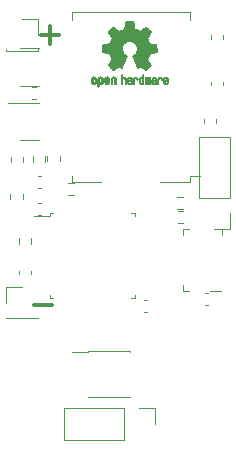
<source format=gbr>
%TF.GenerationSoftware,KiCad,Pcbnew,5.1.9*%
%TF.CreationDate,2021-03-27T13:30:24+01:00*%
%TF.ProjectId,picoballoon,7069636f-6261-46c6-9c6f-6f6e2e6b6963,0.1*%
%TF.SameCoordinates,Original*%
%TF.FileFunction,Legend,Top*%
%TF.FilePolarity,Positive*%
%FSLAX46Y46*%
G04 Gerber Fmt 4.6, Leading zero omitted, Abs format (unit mm)*
G04 Created by KiCad (PCBNEW 5.1.9) date 2021-03-27 13:30:24*
%MOMM*%
%LPD*%
G01*
G04 APERTURE LIST*
%ADD10C,0.300000*%
%ADD11C,0.010000*%
%ADD12C,0.120000*%
G04 APERTURE END LIST*
D10*
X122148095Y-82792857D02*
X123671904Y-82792857D01*
X122678095Y-59932857D02*
X124201904Y-59932857D01*
X123440000Y-60694761D02*
X123440000Y-59170952D01*
D11*
%TO.C,REF\u002A\u002A*%
G36*
X127789744Y-63459918D02*
G01*
X127845201Y-63487568D01*
X127894148Y-63538480D01*
X127907629Y-63557338D01*
X127922314Y-63582015D01*
X127931842Y-63608816D01*
X127937293Y-63644587D01*
X127939747Y-63696169D01*
X127940286Y-63764267D01*
X127937852Y-63857588D01*
X127929394Y-63927657D01*
X127913174Y-63979931D01*
X127887454Y-64019869D01*
X127850497Y-64052929D01*
X127847782Y-64054886D01*
X127811360Y-64074908D01*
X127767502Y-64084815D01*
X127711724Y-64087257D01*
X127621048Y-64087257D01*
X127621010Y-64175283D01*
X127620166Y-64224308D01*
X127615024Y-64253065D01*
X127601587Y-64270311D01*
X127575858Y-64284808D01*
X127569679Y-64287769D01*
X127540764Y-64301648D01*
X127518376Y-64310414D01*
X127501729Y-64311171D01*
X127490036Y-64301023D01*
X127482510Y-64277073D01*
X127478366Y-64236426D01*
X127476815Y-64176186D01*
X127477071Y-64093455D01*
X127478349Y-63985339D01*
X127478748Y-63953000D01*
X127480185Y-63841524D01*
X127481472Y-63768603D01*
X127620971Y-63768603D01*
X127621755Y-63830499D01*
X127625240Y-63870997D01*
X127633124Y-63897708D01*
X127647105Y-63918244D01*
X127656597Y-63928260D01*
X127695404Y-63957567D01*
X127729763Y-63959952D01*
X127765216Y-63935750D01*
X127766114Y-63934857D01*
X127780539Y-63916153D01*
X127789313Y-63890732D01*
X127793739Y-63851584D01*
X127795118Y-63791697D01*
X127795143Y-63778430D01*
X127791812Y-63695901D01*
X127780969Y-63638691D01*
X127761340Y-63603766D01*
X127731650Y-63588094D01*
X127714491Y-63586514D01*
X127673766Y-63593926D01*
X127645832Y-63618330D01*
X127629017Y-63662980D01*
X127621650Y-63731130D01*
X127620971Y-63768603D01*
X127481472Y-63768603D01*
X127481708Y-63755245D01*
X127483677Y-63690333D01*
X127486450Y-63642958D01*
X127490388Y-63609290D01*
X127495849Y-63585498D01*
X127503192Y-63567753D01*
X127512777Y-63552224D01*
X127516887Y-63546381D01*
X127571405Y-63491185D01*
X127640336Y-63459890D01*
X127720072Y-63451165D01*
X127789744Y-63459918D01*
G37*
X127789744Y-63459918D02*
X127845201Y-63487568D01*
X127894148Y-63538480D01*
X127907629Y-63557338D01*
X127922314Y-63582015D01*
X127931842Y-63608816D01*
X127937293Y-63644587D01*
X127939747Y-63696169D01*
X127940286Y-63764267D01*
X127937852Y-63857588D01*
X127929394Y-63927657D01*
X127913174Y-63979931D01*
X127887454Y-64019869D01*
X127850497Y-64052929D01*
X127847782Y-64054886D01*
X127811360Y-64074908D01*
X127767502Y-64084815D01*
X127711724Y-64087257D01*
X127621048Y-64087257D01*
X127621010Y-64175283D01*
X127620166Y-64224308D01*
X127615024Y-64253065D01*
X127601587Y-64270311D01*
X127575858Y-64284808D01*
X127569679Y-64287769D01*
X127540764Y-64301648D01*
X127518376Y-64310414D01*
X127501729Y-64311171D01*
X127490036Y-64301023D01*
X127482510Y-64277073D01*
X127478366Y-64236426D01*
X127476815Y-64176186D01*
X127477071Y-64093455D01*
X127478349Y-63985339D01*
X127478748Y-63953000D01*
X127480185Y-63841524D01*
X127481472Y-63768603D01*
X127620971Y-63768603D01*
X127621755Y-63830499D01*
X127625240Y-63870997D01*
X127633124Y-63897708D01*
X127647105Y-63918244D01*
X127656597Y-63928260D01*
X127695404Y-63957567D01*
X127729763Y-63959952D01*
X127765216Y-63935750D01*
X127766114Y-63934857D01*
X127780539Y-63916153D01*
X127789313Y-63890732D01*
X127793739Y-63851584D01*
X127795118Y-63791697D01*
X127795143Y-63778430D01*
X127791812Y-63695901D01*
X127780969Y-63638691D01*
X127761340Y-63603766D01*
X127731650Y-63588094D01*
X127714491Y-63586514D01*
X127673766Y-63593926D01*
X127645832Y-63618330D01*
X127629017Y-63662980D01*
X127621650Y-63731130D01*
X127620971Y-63768603D01*
X127481472Y-63768603D01*
X127481708Y-63755245D01*
X127483677Y-63690333D01*
X127486450Y-63642958D01*
X127490388Y-63609290D01*
X127495849Y-63585498D01*
X127503192Y-63567753D01*
X127512777Y-63552224D01*
X127516887Y-63546381D01*
X127571405Y-63491185D01*
X127640336Y-63459890D01*
X127720072Y-63451165D01*
X127789744Y-63459918D01*
G36*
X128906093Y-63467780D02*
G01*
X128952672Y-63494723D01*
X128985057Y-63521466D01*
X129008742Y-63549484D01*
X129025059Y-63583748D01*
X129035339Y-63629227D01*
X129040914Y-63690892D01*
X129043116Y-63773711D01*
X129043371Y-63833246D01*
X129043371Y-64052391D01*
X128981686Y-64080044D01*
X128920000Y-64107697D01*
X128912743Y-63867670D01*
X128909744Y-63778028D01*
X128906598Y-63712962D01*
X128902701Y-63668026D01*
X128897447Y-63638770D01*
X128890231Y-63620748D01*
X128880450Y-63609511D01*
X128877312Y-63607079D01*
X128829761Y-63588083D01*
X128781697Y-63595600D01*
X128753086Y-63615543D01*
X128741447Y-63629675D01*
X128733391Y-63648220D01*
X128728271Y-63676334D01*
X128725441Y-63719173D01*
X128724256Y-63781895D01*
X128724057Y-63847261D01*
X128724018Y-63929268D01*
X128722614Y-63987316D01*
X128717914Y-64026465D01*
X128707987Y-64051780D01*
X128690903Y-64068323D01*
X128664732Y-64081156D01*
X128629775Y-64094491D01*
X128591596Y-64109007D01*
X128596141Y-63851389D01*
X128597971Y-63758519D01*
X128600112Y-63689889D01*
X128603181Y-63640711D01*
X128607794Y-63606198D01*
X128614568Y-63581562D01*
X128624119Y-63562016D01*
X128635634Y-63544770D01*
X128691190Y-63489680D01*
X128758980Y-63457822D01*
X128832713Y-63450191D01*
X128906093Y-63467780D01*
G37*
X128906093Y-63467780D02*
X128952672Y-63494723D01*
X128985057Y-63521466D01*
X129008742Y-63549484D01*
X129025059Y-63583748D01*
X129035339Y-63629227D01*
X129040914Y-63690892D01*
X129043116Y-63773711D01*
X129043371Y-63833246D01*
X129043371Y-64052391D01*
X128981686Y-64080044D01*
X128920000Y-64107697D01*
X128912743Y-63867670D01*
X128909744Y-63778028D01*
X128906598Y-63712962D01*
X128902701Y-63668026D01*
X128897447Y-63638770D01*
X128890231Y-63620748D01*
X128880450Y-63609511D01*
X128877312Y-63607079D01*
X128829761Y-63588083D01*
X128781697Y-63595600D01*
X128753086Y-63615543D01*
X128741447Y-63629675D01*
X128733391Y-63648220D01*
X128728271Y-63676334D01*
X128725441Y-63719173D01*
X128724256Y-63781895D01*
X128724057Y-63847261D01*
X128724018Y-63929268D01*
X128722614Y-63987316D01*
X128717914Y-64026465D01*
X128707987Y-64051780D01*
X128690903Y-64068323D01*
X128664732Y-64081156D01*
X128629775Y-64094491D01*
X128591596Y-64109007D01*
X128596141Y-63851389D01*
X128597971Y-63758519D01*
X128600112Y-63689889D01*
X128603181Y-63640711D01*
X128607794Y-63606198D01*
X128614568Y-63581562D01*
X128624119Y-63562016D01*
X128635634Y-63544770D01*
X128691190Y-63489680D01*
X128758980Y-63457822D01*
X128832713Y-63450191D01*
X128906093Y-63467780D01*
G36*
X127231115Y-63461962D02*
G01*
X127299145Y-63497733D01*
X127349351Y-63555301D01*
X127367185Y-63592312D01*
X127381063Y-63647882D01*
X127388167Y-63718096D01*
X127388840Y-63794727D01*
X127383427Y-63869552D01*
X127372270Y-63934342D01*
X127355714Y-63980873D01*
X127350626Y-63988887D01*
X127290355Y-64048707D01*
X127218769Y-64084535D01*
X127141092Y-64095020D01*
X127062548Y-64078810D01*
X127040689Y-64069092D01*
X126998122Y-64039143D01*
X126960763Y-63999433D01*
X126957232Y-63994397D01*
X126942881Y-63970124D01*
X126933394Y-63944178D01*
X126927790Y-63910022D01*
X126925086Y-63861119D01*
X126924299Y-63790935D01*
X126924286Y-63775200D01*
X126924322Y-63770192D01*
X127069429Y-63770192D01*
X127070273Y-63836430D01*
X127073596Y-63880386D01*
X127080583Y-63908779D01*
X127092416Y-63928325D01*
X127098457Y-63934857D01*
X127133186Y-63959680D01*
X127166903Y-63958548D01*
X127200995Y-63937016D01*
X127221329Y-63914029D01*
X127233371Y-63880478D01*
X127240134Y-63827569D01*
X127240598Y-63821399D01*
X127241752Y-63725513D01*
X127229688Y-63654299D01*
X127204570Y-63608194D01*
X127166560Y-63587635D01*
X127152992Y-63586514D01*
X127117364Y-63592152D01*
X127092994Y-63611686D01*
X127078093Y-63649042D01*
X127070875Y-63708150D01*
X127069429Y-63770192D01*
X126924322Y-63770192D01*
X126924826Y-63700413D01*
X126927096Y-63648159D01*
X126932068Y-63611949D01*
X126940713Y-63585299D01*
X126954005Y-63561722D01*
X126956943Y-63557338D01*
X127006313Y-63498249D01*
X127060109Y-63463947D01*
X127125602Y-63450331D01*
X127147842Y-63449665D01*
X127231115Y-63461962D01*
G37*
X127231115Y-63461962D02*
X127299145Y-63497733D01*
X127349351Y-63555301D01*
X127367185Y-63592312D01*
X127381063Y-63647882D01*
X127388167Y-63718096D01*
X127388840Y-63794727D01*
X127383427Y-63869552D01*
X127372270Y-63934342D01*
X127355714Y-63980873D01*
X127350626Y-63988887D01*
X127290355Y-64048707D01*
X127218769Y-64084535D01*
X127141092Y-64095020D01*
X127062548Y-64078810D01*
X127040689Y-64069092D01*
X126998122Y-64039143D01*
X126960763Y-63999433D01*
X126957232Y-63994397D01*
X126942881Y-63970124D01*
X126933394Y-63944178D01*
X126927790Y-63910022D01*
X126925086Y-63861119D01*
X126924299Y-63790935D01*
X126924286Y-63775200D01*
X126924322Y-63770192D01*
X127069429Y-63770192D01*
X127070273Y-63836430D01*
X127073596Y-63880386D01*
X127080583Y-63908779D01*
X127092416Y-63928325D01*
X127098457Y-63934857D01*
X127133186Y-63959680D01*
X127166903Y-63958548D01*
X127200995Y-63937016D01*
X127221329Y-63914029D01*
X127233371Y-63880478D01*
X127240134Y-63827569D01*
X127240598Y-63821399D01*
X127241752Y-63725513D01*
X127229688Y-63654299D01*
X127204570Y-63608194D01*
X127166560Y-63587635D01*
X127152992Y-63586514D01*
X127117364Y-63592152D01*
X127092994Y-63611686D01*
X127078093Y-63649042D01*
X127070875Y-63708150D01*
X127069429Y-63770192D01*
X126924322Y-63770192D01*
X126924826Y-63700413D01*
X126927096Y-63648159D01*
X126932068Y-63611949D01*
X126940713Y-63585299D01*
X126954005Y-63561722D01*
X126956943Y-63557338D01*
X127006313Y-63498249D01*
X127060109Y-63463947D01*
X127125602Y-63450331D01*
X127147842Y-63449665D01*
X127231115Y-63461962D01*
G36*
X128358303Y-63471239D02*
G01*
X128415527Y-63509735D01*
X128459749Y-63565335D01*
X128486167Y-63636086D01*
X128491510Y-63688162D01*
X128490903Y-63709893D01*
X128485822Y-63726531D01*
X128471855Y-63741437D01*
X128444589Y-63757973D01*
X128399612Y-63779498D01*
X128332511Y-63809374D01*
X128332171Y-63809524D01*
X128270407Y-63837813D01*
X128219759Y-63862933D01*
X128185404Y-63882179D01*
X128172518Y-63892848D01*
X128172514Y-63892934D01*
X128183872Y-63916166D01*
X128210431Y-63941774D01*
X128240923Y-63960221D01*
X128256370Y-63963886D01*
X128298515Y-63951212D01*
X128334808Y-63919471D01*
X128352517Y-63884572D01*
X128369552Y-63858845D01*
X128402922Y-63829546D01*
X128442149Y-63804235D01*
X128476756Y-63790471D01*
X128483993Y-63789714D01*
X128492139Y-63802160D01*
X128492630Y-63833972D01*
X128486643Y-63876866D01*
X128475357Y-63922558D01*
X128459950Y-63962761D01*
X128459171Y-63964322D01*
X128412804Y-64029062D01*
X128352711Y-64073097D01*
X128284465Y-64094711D01*
X128213638Y-64092185D01*
X128145804Y-64063804D01*
X128142788Y-64061808D01*
X128089427Y-64013448D01*
X128054340Y-63950352D01*
X128034922Y-63867387D01*
X128032316Y-63844078D01*
X128027701Y-63734055D01*
X128033233Y-63682748D01*
X128172514Y-63682748D01*
X128174324Y-63714753D01*
X128184222Y-63724093D01*
X128208898Y-63717105D01*
X128247795Y-63700587D01*
X128291275Y-63679881D01*
X128292356Y-63679333D01*
X128329209Y-63659949D01*
X128344000Y-63647013D01*
X128340353Y-63633451D01*
X128324995Y-63615632D01*
X128285923Y-63589845D01*
X128243846Y-63587950D01*
X128206103Y-63606717D01*
X128180034Y-63642915D01*
X128172514Y-63682748D01*
X128033233Y-63682748D01*
X128037194Y-63646027D01*
X128061550Y-63576212D01*
X128095456Y-63527302D01*
X128156653Y-63477878D01*
X128224063Y-63453359D01*
X128292880Y-63451797D01*
X128358303Y-63471239D01*
G37*
X128358303Y-63471239D02*
X128415527Y-63509735D01*
X128459749Y-63565335D01*
X128486167Y-63636086D01*
X128491510Y-63688162D01*
X128490903Y-63709893D01*
X128485822Y-63726531D01*
X128471855Y-63741437D01*
X128444589Y-63757973D01*
X128399612Y-63779498D01*
X128332511Y-63809374D01*
X128332171Y-63809524D01*
X128270407Y-63837813D01*
X128219759Y-63862933D01*
X128185404Y-63882179D01*
X128172518Y-63892848D01*
X128172514Y-63892934D01*
X128183872Y-63916166D01*
X128210431Y-63941774D01*
X128240923Y-63960221D01*
X128256370Y-63963886D01*
X128298515Y-63951212D01*
X128334808Y-63919471D01*
X128352517Y-63884572D01*
X128369552Y-63858845D01*
X128402922Y-63829546D01*
X128442149Y-63804235D01*
X128476756Y-63790471D01*
X128483993Y-63789714D01*
X128492139Y-63802160D01*
X128492630Y-63833972D01*
X128486643Y-63876866D01*
X128475357Y-63922558D01*
X128459950Y-63962761D01*
X128459171Y-63964322D01*
X128412804Y-64029062D01*
X128352711Y-64073097D01*
X128284465Y-64094711D01*
X128213638Y-64092185D01*
X128145804Y-64063804D01*
X128142788Y-64061808D01*
X128089427Y-64013448D01*
X128054340Y-63950352D01*
X128034922Y-63867387D01*
X128032316Y-63844078D01*
X128027701Y-63734055D01*
X128033233Y-63682748D01*
X128172514Y-63682748D01*
X128174324Y-63714753D01*
X128184222Y-63724093D01*
X128208898Y-63717105D01*
X128247795Y-63700587D01*
X128291275Y-63679881D01*
X128292356Y-63679333D01*
X128329209Y-63659949D01*
X128344000Y-63647013D01*
X128340353Y-63633451D01*
X128324995Y-63615632D01*
X128285923Y-63589845D01*
X128243846Y-63587950D01*
X128206103Y-63606717D01*
X128180034Y-63642915D01*
X128172514Y-63682748D01*
X128033233Y-63682748D01*
X128037194Y-63646027D01*
X128061550Y-63576212D01*
X128095456Y-63527302D01*
X128156653Y-63477878D01*
X128224063Y-63453359D01*
X128292880Y-63451797D01*
X128358303Y-63471239D01*
G36*
X129565886Y-63391289D02*
G01*
X129570139Y-63450613D01*
X129575025Y-63485572D01*
X129581795Y-63500820D01*
X129591702Y-63501015D01*
X129594914Y-63499195D01*
X129637644Y-63486015D01*
X129693227Y-63486785D01*
X129749737Y-63500333D01*
X129785082Y-63517861D01*
X129821321Y-63545861D01*
X129847813Y-63577549D01*
X129865999Y-63617813D01*
X129877322Y-63671543D01*
X129883222Y-63743626D01*
X129885143Y-63838951D01*
X129885177Y-63857237D01*
X129885200Y-64062646D01*
X129839491Y-64078580D01*
X129807027Y-64089420D01*
X129789215Y-64094468D01*
X129788691Y-64094514D01*
X129786937Y-64080828D01*
X129785444Y-64043076D01*
X129784326Y-63986224D01*
X129783697Y-63915234D01*
X129783600Y-63872073D01*
X129783398Y-63786973D01*
X129782358Y-63725981D01*
X129779831Y-63684177D01*
X129775164Y-63656642D01*
X129767707Y-63638456D01*
X129756811Y-63624698D01*
X129750007Y-63618073D01*
X129703272Y-63591375D01*
X129652272Y-63589375D01*
X129606001Y-63611955D01*
X129597444Y-63620107D01*
X129584893Y-63635436D01*
X129576188Y-63653618D01*
X129570631Y-63679909D01*
X129567526Y-63719562D01*
X129566176Y-63777832D01*
X129565886Y-63858173D01*
X129565886Y-64062646D01*
X129520177Y-64078580D01*
X129487713Y-64089420D01*
X129469901Y-64094468D01*
X129469377Y-64094514D01*
X129468037Y-64080623D01*
X129466828Y-64041439D01*
X129465801Y-63980700D01*
X129465002Y-63902141D01*
X129464481Y-63809498D01*
X129464286Y-63706509D01*
X129464286Y-63309342D01*
X129511457Y-63289444D01*
X129558629Y-63269547D01*
X129565886Y-63391289D01*
G37*
X129565886Y-63391289D02*
X129570139Y-63450613D01*
X129575025Y-63485572D01*
X129581795Y-63500820D01*
X129591702Y-63501015D01*
X129594914Y-63499195D01*
X129637644Y-63486015D01*
X129693227Y-63486785D01*
X129749737Y-63500333D01*
X129785082Y-63517861D01*
X129821321Y-63545861D01*
X129847813Y-63577549D01*
X129865999Y-63617813D01*
X129877322Y-63671543D01*
X129883222Y-63743626D01*
X129885143Y-63838951D01*
X129885177Y-63857237D01*
X129885200Y-64062646D01*
X129839491Y-64078580D01*
X129807027Y-64089420D01*
X129789215Y-64094468D01*
X129788691Y-64094514D01*
X129786937Y-64080828D01*
X129785444Y-64043076D01*
X129784326Y-63986224D01*
X129783697Y-63915234D01*
X129783600Y-63872073D01*
X129783398Y-63786973D01*
X129782358Y-63725981D01*
X129779831Y-63684177D01*
X129775164Y-63656642D01*
X129767707Y-63638456D01*
X129756811Y-63624698D01*
X129750007Y-63618073D01*
X129703272Y-63591375D01*
X129652272Y-63589375D01*
X129606001Y-63611955D01*
X129597444Y-63620107D01*
X129584893Y-63635436D01*
X129576188Y-63653618D01*
X129570631Y-63679909D01*
X129567526Y-63719562D01*
X129566176Y-63777832D01*
X129565886Y-63858173D01*
X129565886Y-64062646D01*
X129520177Y-64078580D01*
X129487713Y-64089420D01*
X129469901Y-64094468D01*
X129469377Y-64094514D01*
X129468037Y-64080623D01*
X129466828Y-64041439D01*
X129465801Y-63980700D01*
X129465002Y-63902141D01*
X129464481Y-63809498D01*
X129464286Y-63706509D01*
X129464286Y-63309342D01*
X129511457Y-63289444D01*
X129558629Y-63269547D01*
X129565886Y-63391289D01*
G36*
X130229744Y-63490968D02*
G01*
X130286616Y-63512087D01*
X130287267Y-63512493D01*
X130322440Y-63538380D01*
X130348407Y-63568633D01*
X130366670Y-63608058D01*
X130378732Y-63661462D01*
X130386096Y-63733651D01*
X130390264Y-63829432D01*
X130390629Y-63843078D01*
X130395876Y-64048842D01*
X130351716Y-64071678D01*
X130319763Y-64087110D01*
X130300470Y-64094423D01*
X130299578Y-64094514D01*
X130296239Y-64081022D01*
X130293587Y-64044626D01*
X130291956Y-63991452D01*
X130291600Y-63948393D01*
X130291592Y-63878641D01*
X130288403Y-63834837D01*
X130277288Y-63813944D01*
X130253501Y-63812925D01*
X130212296Y-63828741D01*
X130150086Y-63857815D01*
X130104341Y-63881963D01*
X130080813Y-63902913D01*
X130073896Y-63925747D01*
X130073886Y-63926877D01*
X130085299Y-63966212D01*
X130119092Y-63987462D01*
X130170809Y-63990539D01*
X130208061Y-63990006D01*
X130227703Y-64000735D01*
X130239952Y-64026505D01*
X130247002Y-64059337D01*
X130236842Y-64077966D01*
X130233017Y-64080632D01*
X130197001Y-64091340D01*
X130146566Y-64092856D01*
X130094626Y-64085759D01*
X130057822Y-64072788D01*
X130006938Y-64029585D01*
X129978014Y-63969446D01*
X129972286Y-63922462D01*
X129976657Y-63880082D01*
X129992475Y-63845488D01*
X130023797Y-63814763D01*
X130074678Y-63783990D01*
X130149176Y-63749252D01*
X130153714Y-63747288D01*
X130220821Y-63716287D01*
X130262232Y-63690862D01*
X130279981Y-63668014D01*
X130276107Y-63644745D01*
X130252643Y-63618056D01*
X130245627Y-63611914D01*
X130198630Y-63588100D01*
X130149933Y-63589103D01*
X130107522Y-63612451D01*
X130079384Y-63655675D01*
X130076769Y-63664160D01*
X130051308Y-63705308D01*
X130019001Y-63725128D01*
X129972286Y-63744770D01*
X129972286Y-63693950D01*
X129986496Y-63620082D01*
X130028675Y-63552327D01*
X130050624Y-63529661D01*
X130100517Y-63500569D01*
X130163967Y-63487400D01*
X130229744Y-63490968D01*
G37*
X130229744Y-63490968D02*
X130286616Y-63512087D01*
X130287267Y-63512493D01*
X130322440Y-63538380D01*
X130348407Y-63568633D01*
X130366670Y-63608058D01*
X130378732Y-63661462D01*
X130386096Y-63733651D01*
X130390264Y-63829432D01*
X130390629Y-63843078D01*
X130395876Y-64048842D01*
X130351716Y-64071678D01*
X130319763Y-64087110D01*
X130300470Y-64094423D01*
X130299578Y-64094514D01*
X130296239Y-64081022D01*
X130293587Y-64044626D01*
X130291956Y-63991452D01*
X130291600Y-63948393D01*
X130291592Y-63878641D01*
X130288403Y-63834837D01*
X130277288Y-63813944D01*
X130253501Y-63812925D01*
X130212296Y-63828741D01*
X130150086Y-63857815D01*
X130104341Y-63881963D01*
X130080813Y-63902913D01*
X130073896Y-63925747D01*
X130073886Y-63926877D01*
X130085299Y-63966212D01*
X130119092Y-63987462D01*
X130170809Y-63990539D01*
X130208061Y-63990006D01*
X130227703Y-64000735D01*
X130239952Y-64026505D01*
X130247002Y-64059337D01*
X130236842Y-64077966D01*
X130233017Y-64080632D01*
X130197001Y-64091340D01*
X130146566Y-64092856D01*
X130094626Y-64085759D01*
X130057822Y-64072788D01*
X130006938Y-64029585D01*
X129978014Y-63969446D01*
X129972286Y-63922462D01*
X129976657Y-63880082D01*
X129992475Y-63845488D01*
X130023797Y-63814763D01*
X130074678Y-63783990D01*
X130149176Y-63749252D01*
X130153714Y-63747288D01*
X130220821Y-63716287D01*
X130262232Y-63690862D01*
X130279981Y-63668014D01*
X130276107Y-63644745D01*
X130252643Y-63618056D01*
X130245627Y-63611914D01*
X130198630Y-63588100D01*
X130149933Y-63589103D01*
X130107522Y-63612451D01*
X130079384Y-63655675D01*
X130076769Y-63664160D01*
X130051308Y-63705308D01*
X130019001Y-63725128D01*
X129972286Y-63744770D01*
X129972286Y-63693950D01*
X129986496Y-63620082D01*
X130028675Y-63552327D01*
X130050624Y-63529661D01*
X130100517Y-63500569D01*
X130163967Y-63487400D01*
X130229744Y-63490968D01*
G36*
X130719926Y-63489755D02*
G01*
X130785858Y-63514084D01*
X130839273Y-63557117D01*
X130860164Y-63587409D01*
X130882939Y-63642994D01*
X130882466Y-63683186D01*
X130858562Y-63710217D01*
X130849717Y-63714813D01*
X130811530Y-63729144D01*
X130792028Y-63725472D01*
X130785422Y-63701407D01*
X130785086Y-63688114D01*
X130772992Y-63639210D01*
X130741471Y-63604999D01*
X130697659Y-63588476D01*
X130648695Y-63592634D01*
X130608894Y-63614227D01*
X130595450Y-63626544D01*
X130585921Y-63641487D01*
X130579485Y-63664075D01*
X130575317Y-63699328D01*
X130572597Y-63752266D01*
X130570502Y-63827907D01*
X130569960Y-63851857D01*
X130567981Y-63933790D01*
X130565731Y-63991455D01*
X130562357Y-64029608D01*
X130557006Y-64053004D01*
X130548824Y-64066398D01*
X130536959Y-64074545D01*
X130529362Y-64078144D01*
X130497102Y-64090452D01*
X130478111Y-64094514D01*
X130471836Y-64080948D01*
X130468006Y-64039934D01*
X130466600Y-63970999D01*
X130467598Y-63873669D01*
X130467908Y-63858657D01*
X130470101Y-63769859D01*
X130472693Y-63705019D01*
X130476382Y-63659067D01*
X130481864Y-63626935D01*
X130489835Y-63603553D01*
X130500993Y-63583852D01*
X130506830Y-63575410D01*
X130540296Y-63538057D01*
X130577727Y-63509003D01*
X130582309Y-63506467D01*
X130649426Y-63486443D01*
X130719926Y-63489755D01*
G37*
X130719926Y-63489755D02*
X130785858Y-63514084D01*
X130839273Y-63557117D01*
X130860164Y-63587409D01*
X130882939Y-63642994D01*
X130882466Y-63683186D01*
X130858562Y-63710217D01*
X130849717Y-63714813D01*
X130811530Y-63729144D01*
X130792028Y-63725472D01*
X130785422Y-63701407D01*
X130785086Y-63688114D01*
X130772992Y-63639210D01*
X130741471Y-63604999D01*
X130697659Y-63588476D01*
X130648695Y-63592634D01*
X130608894Y-63614227D01*
X130595450Y-63626544D01*
X130585921Y-63641487D01*
X130579485Y-63664075D01*
X130575317Y-63699328D01*
X130572597Y-63752266D01*
X130570502Y-63827907D01*
X130569960Y-63851857D01*
X130567981Y-63933790D01*
X130565731Y-63991455D01*
X130562357Y-64029608D01*
X130557006Y-64053004D01*
X130548824Y-64066398D01*
X130536959Y-64074545D01*
X130529362Y-64078144D01*
X130497102Y-64090452D01*
X130478111Y-64094514D01*
X130471836Y-64080948D01*
X130468006Y-64039934D01*
X130466600Y-63970999D01*
X130467598Y-63873669D01*
X130467908Y-63858657D01*
X130470101Y-63769859D01*
X130472693Y-63705019D01*
X130476382Y-63659067D01*
X130481864Y-63626935D01*
X130489835Y-63603553D01*
X130500993Y-63583852D01*
X130506830Y-63575410D01*
X130540296Y-63538057D01*
X130577727Y-63509003D01*
X130582309Y-63506467D01*
X130649426Y-63486443D01*
X130719926Y-63489755D01*
G36*
X131380117Y-63605358D02*
G01*
X131379933Y-63713837D01*
X131379219Y-63797287D01*
X131377675Y-63859704D01*
X131375001Y-63905085D01*
X131370894Y-63937429D01*
X131365055Y-63960733D01*
X131357182Y-63978995D01*
X131351221Y-63989418D01*
X131301855Y-64045945D01*
X131239264Y-64081377D01*
X131170013Y-64094090D01*
X131100668Y-64082463D01*
X131059375Y-64061568D01*
X131016025Y-64025422D01*
X130986481Y-63981276D01*
X130968655Y-63923462D01*
X130960463Y-63846313D01*
X130959302Y-63789714D01*
X130959458Y-63785647D01*
X131060857Y-63785647D01*
X131061476Y-63850550D01*
X131064314Y-63893514D01*
X131070840Y-63921622D01*
X131082523Y-63941953D01*
X131096483Y-63957288D01*
X131143365Y-63986890D01*
X131193701Y-63989419D01*
X131241276Y-63964705D01*
X131244979Y-63961356D01*
X131260783Y-63943935D01*
X131270693Y-63923209D01*
X131276058Y-63892362D01*
X131278228Y-63844577D01*
X131278571Y-63791748D01*
X131277827Y-63725381D01*
X131274748Y-63681106D01*
X131268061Y-63652009D01*
X131256496Y-63631173D01*
X131247013Y-63620107D01*
X131202960Y-63592198D01*
X131152224Y-63588843D01*
X131103796Y-63610159D01*
X131094450Y-63618073D01*
X131078540Y-63635647D01*
X131068610Y-63656587D01*
X131063278Y-63687782D01*
X131061163Y-63736122D01*
X131060857Y-63785647D01*
X130959458Y-63785647D01*
X130962810Y-63698568D01*
X130974726Y-63630086D01*
X130997135Y-63578600D01*
X131032124Y-63538443D01*
X131059375Y-63517861D01*
X131108907Y-63495625D01*
X131166316Y-63485304D01*
X131219682Y-63488067D01*
X131249543Y-63499212D01*
X131261261Y-63502383D01*
X131269037Y-63490557D01*
X131274465Y-63458866D01*
X131278571Y-63410593D01*
X131283067Y-63356829D01*
X131289313Y-63324482D01*
X131300676Y-63305985D01*
X131320528Y-63293770D01*
X131333000Y-63288362D01*
X131380171Y-63268601D01*
X131380117Y-63605358D01*
G37*
X131380117Y-63605358D02*
X131379933Y-63713837D01*
X131379219Y-63797287D01*
X131377675Y-63859704D01*
X131375001Y-63905085D01*
X131370894Y-63937429D01*
X131365055Y-63960733D01*
X131357182Y-63978995D01*
X131351221Y-63989418D01*
X131301855Y-64045945D01*
X131239264Y-64081377D01*
X131170013Y-64094090D01*
X131100668Y-64082463D01*
X131059375Y-64061568D01*
X131016025Y-64025422D01*
X130986481Y-63981276D01*
X130968655Y-63923462D01*
X130960463Y-63846313D01*
X130959302Y-63789714D01*
X130959458Y-63785647D01*
X131060857Y-63785647D01*
X131061476Y-63850550D01*
X131064314Y-63893514D01*
X131070840Y-63921622D01*
X131082523Y-63941953D01*
X131096483Y-63957288D01*
X131143365Y-63986890D01*
X131193701Y-63989419D01*
X131241276Y-63964705D01*
X131244979Y-63961356D01*
X131260783Y-63943935D01*
X131270693Y-63923209D01*
X131276058Y-63892362D01*
X131278228Y-63844577D01*
X131278571Y-63791748D01*
X131277827Y-63725381D01*
X131274748Y-63681106D01*
X131268061Y-63652009D01*
X131256496Y-63631173D01*
X131247013Y-63620107D01*
X131202960Y-63592198D01*
X131152224Y-63588843D01*
X131103796Y-63610159D01*
X131094450Y-63618073D01*
X131078540Y-63635647D01*
X131068610Y-63656587D01*
X131063278Y-63687782D01*
X131061163Y-63736122D01*
X131060857Y-63785647D01*
X130959458Y-63785647D01*
X130962810Y-63698568D01*
X130974726Y-63630086D01*
X130997135Y-63578600D01*
X131032124Y-63538443D01*
X131059375Y-63517861D01*
X131108907Y-63495625D01*
X131166316Y-63485304D01*
X131219682Y-63488067D01*
X131249543Y-63499212D01*
X131261261Y-63502383D01*
X131269037Y-63490557D01*
X131274465Y-63458866D01*
X131278571Y-63410593D01*
X131283067Y-63356829D01*
X131289313Y-63324482D01*
X131300676Y-63305985D01*
X131320528Y-63293770D01*
X131333000Y-63288362D01*
X131380171Y-63268601D01*
X131380117Y-63605358D01*
G36*
X131969833Y-63498663D02*
G01*
X131972048Y-63536850D01*
X131973784Y-63594886D01*
X131974899Y-63668180D01*
X131975257Y-63745055D01*
X131975257Y-64005196D01*
X131929326Y-64051127D01*
X131897675Y-64079429D01*
X131869890Y-64090893D01*
X131831915Y-64090168D01*
X131816840Y-64088321D01*
X131769726Y-64082948D01*
X131730756Y-64079869D01*
X131721257Y-64079585D01*
X131689233Y-64081445D01*
X131643432Y-64086114D01*
X131625674Y-64088321D01*
X131582057Y-64091735D01*
X131552745Y-64084320D01*
X131523680Y-64061427D01*
X131513188Y-64051127D01*
X131467257Y-64005196D01*
X131467257Y-63518602D01*
X131504226Y-63501758D01*
X131536059Y-63489282D01*
X131554683Y-63484914D01*
X131559458Y-63498718D01*
X131563921Y-63537286D01*
X131567775Y-63596356D01*
X131570722Y-63671663D01*
X131572143Y-63735286D01*
X131576114Y-63985657D01*
X131610759Y-63990556D01*
X131642268Y-63987131D01*
X131657708Y-63976041D01*
X131662023Y-63955308D01*
X131665708Y-63911145D01*
X131668469Y-63849146D01*
X131670012Y-63774909D01*
X131670235Y-63736706D01*
X131670457Y-63516783D01*
X131716166Y-63500849D01*
X131748518Y-63490015D01*
X131766115Y-63484962D01*
X131766623Y-63484914D01*
X131768388Y-63498648D01*
X131770329Y-63536730D01*
X131772282Y-63594482D01*
X131774084Y-63667227D01*
X131775343Y-63735286D01*
X131779314Y-63985657D01*
X131866400Y-63985657D01*
X131870396Y-63757240D01*
X131874392Y-63528822D01*
X131916847Y-63506868D01*
X131948192Y-63491793D01*
X131966744Y-63484951D01*
X131967279Y-63484914D01*
X131969833Y-63498663D01*
G37*
X131969833Y-63498663D02*
X131972048Y-63536850D01*
X131973784Y-63594886D01*
X131974899Y-63668180D01*
X131975257Y-63745055D01*
X131975257Y-64005196D01*
X131929326Y-64051127D01*
X131897675Y-64079429D01*
X131869890Y-64090893D01*
X131831915Y-64090168D01*
X131816840Y-64088321D01*
X131769726Y-64082948D01*
X131730756Y-64079869D01*
X131721257Y-64079585D01*
X131689233Y-64081445D01*
X131643432Y-64086114D01*
X131625674Y-64088321D01*
X131582057Y-64091735D01*
X131552745Y-64084320D01*
X131523680Y-64061427D01*
X131513188Y-64051127D01*
X131467257Y-64005196D01*
X131467257Y-63518602D01*
X131504226Y-63501758D01*
X131536059Y-63489282D01*
X131554683Y-63484914D01*
X131559458Y-63498718D01*
X131563921Y-63537286D01*
X131567775Y-63596356D01*
X131570722Y-63671663D01*
X131572143Y-63735286D01*
X131576114Y-63985657D01*
X131610759Y-63990556D01*
X131642268Y-63987131D01*
X131657708Y-63976041D01*
X131662023Y-63955308D01*
X131665708Y-63911145D01*
X131668469Y-63849146D01*
X131670012Y-63774909D01*
X131670235Y-63736706D01*
X131670457Y-63516783D01*
X131716166Y-63500849D01*
X131748518Y-63490015D01*
X131766115Y-63484962D01*
X131766623Y-63484914D01*
X131768388Y-63498648D01*
X131770329Y-63536730D01*
X131772282Y-63594482D01*
X131774084Y-63667227D01*
X131775343Y-63735286D01*
X131779314Y-63985657D01*
X131866400Y-63985657D01*
X131870396Y-63757240D01*
X131874392Y-63528822D01*
X131916847Y-63506868D01*
X131948192Y-63491793D01*
X131966744Y-63484951D01*
X131967279Y-63484914D01*
X131969833Y-63498663D01*
G36*
X132334876Y-63496335D02*
G01*
X132376667Y-63515344D01*
X132409469Y-63538378D01*
X132433503Y-63564133D01*
X132450097Y-63597358D01*
X132460577Y-63642800D01*
X132466271Y-63705207D01*
X132468507Y-63789327D01*
X132468743Y-63844721D01*
X132468743Y-64060826D01*
X132431774Y-64077670D01*
X132402656Y-64089981D01*
X132388231Y-64094514D01*
X132385472Y-64081025D01*
X132383282Y-64044653D01*
X132381942Y-63991542D01*
X132381657Y-63949372D01*
X132380434Y-63888447D01*
X132377136Y-63840115D01*
X132372321Y-63810518D01*
X132368496Y-63804229D01*
X132342783Y-63810652D01*
X132302418Y-63827125D01*
X132255679Y-63849458D01*
X132210845Y-63873457D01*
X132176193Y-63894930D01*
X132160002Y-63909685D01*
X132159938Y-63909845D01*
X132161330Y-63937152D01*
X132173818Y-63963219D01*
X132195743Y-63984392D01*
X132227743Y-63991474D01*
X132255092Y-63990649D01*
X132293826Y-63990042D01*
X132314158Y-63999116D01*
X132326369Y-64023092D01*
X132327909Y-64027613D01*
X132333203Y-64061806D01*
X132319047Y-64082568D01*
X132282148Y-64092462D01*
X132242289Y-64094292D01*
X132170562Y-64080727D01*
X132133432Y-64061355D01*
X132087576Y-64015845D01*
X132063256Y-63959983D01*
X132061073Y-63900957D01*
X132081629Y-63845953D01*
X132112549Y-63811486D01*
X132143420Y-63792189D01*
X132191942Y-63767759D01*
X132248485Y-63742985D01*
X132257910Y-63739199D01*
X132320019Y-63711791D01*
X132355822Y-63687634D01*
X132367337Y-63663619D01*
X132356580Y-63636635D01*
X132338114Y-63615543D01*
X132294469Y-63589572D01*
X132246446Y-63587624D01*
X132202406Y-63607637D01*
X132170709Y-63647551D01*
X132166549Y-63657848D01*
X132142327Y-63695724D01*
X132106965Y-63723842D01*
X132062343Y-63746917D01*
X132062343Y-63681485D01*
X132064969Y-63641506D01*
X132076230Y-63609997D01*
X132101199Y-63576378D01*
X132125169Y-63550484D01*
X132162441Y-63513817D01*
X132191401Y-63494121D01*
X132222505Y-63486220D01*
X132257713Y-63484914D01*
X132334876Y-63496335D01*
G37*
X132334876Y-63496335D02*
X132376667Y-63515344D01*
X132409469Y-63538378D01*
X132433503Y-63564133D01*
X132450097Y-63597358D01*
X132460577Y-63642800D01*
X132466271Y-63705207D01*
X132468507Y-63789327D01*
X132468743Y-63844721D01*
X132468743Y-64060826D01*
X132431774Y-64077670D01*
X132402656Y-64089981D01*
X132388231Y-64094514D01*
X132385472Y-64081025D01*
X132383282Y-64044653D01*
X132381942Y-63991542D01*
X132381657Y-63949372D01*
X132380434Y-63888447D01*
X132377136Y-63840115D01*
X132372321Y-63810518D01*
X132368496Y-63804229D01*
X132342783Y-63810652D01*
X132302418Y-63827125D01*
X132255679Y-63849458D01*
X132210845Y-63873457D01*
X132176193Y-63894930D01*
X132160002Y-63909685D01*
X132159938Y-63909845D01*
X132161330Y-63937152D01*
X132173818Y-63963219D01*
X132195743Y-63984392D01*
X132227743Y-63991474D01*
X132255092Y-63990649D01*
X132293826Y-63990042D01*
X132314158Y-63999116D01*
X132326369Y-64023092D01*
X132327909Y-64027613D01*
X132333203Y-64061806D01*
X132319047Y-64082568D01*
X132282148Y-64092462D01*
X132242289Y-64094292D01*
X132170562Y-64080727D01*
X132133432Y-64061355D01*
X132087576Y-64015845D01*
X132063256Y-63959983D01*
X132061073Y-63900957D01*
X132081629Y-63845953D01*
X132112549Y-63811486D01*
X132143420Y-63792189D01*
X132191942Y-63767759D01*
X132248485Y-63742985D01*
X132257910Y-63739199D01*
X132320019Y-63711791D01*
X132355822Y-63687634D01*
X132367337Y-63663619D01*
X132356580Y-63636635D01*
X132338114Y-63615543D01*
X132294469Y-63589572D01*
X132246446Y-63587624D01*
X132202406Y-63607637D01*
X132170709Y-63647551D01*
X132166549Y-63657848D01*
X132142327Y-63695724D01*
X132106965Y-63723842D01*
X132062343Y-63746917D01*
X132062343Y-63681485D01*
X132064969Y-63641506D01*
X132076230Y-63609997D01*
X132101199Y-63576378D01*
X132125169Y-63550484D01*
X132162441Y-63513817D01*
X132191401Y-63494121D01*
X132222505Y-63486220D01*
X132257713Y-63484914D01*
X132334876Y-63496335D01*
G36*
X132842600Y-63498752D02*
G01*
X132859948Y-63506334D01*
X132901356Y-63539128D01*
X132936765Y-63586547D01*
X132958664Y-63637151D01*
X132962229Y-63662098D01*
X132950279Y-63696927D01*
X132924067Y-63715357D01*
X132895964Y-63726516D01*
X132883095Y-63728572D01*
X132876829Y-63713649D01*
X132864456Y-63681175D01*
X132859028Y-63666502D01*
X132828590Y-63615744D01*
X132784520Y-63590427D01*
X132728010Y-63591206D01*
X132723825Y-63592203D01*
X132693655Y-63606507D01*
X132671476Y-63634393D01*
X132656327Y-63679287D01*
X132647250Y-63744615D01*
X132643286Y-63833804D01*
X132642914Y-63881261D01*
X132642730Y-63956071D01*
X132641522Y-64007069D01*
X132638309Y-64039471D01*
X132632109Y-64058495D01*
X132621940Y-64069356D01*
X132606819Y-64077272D01*
X132605946Y-64077670D01*
X132576828Y-64089981D01*
X132562403Y-64094514D01*
X132560186Y-64080809D01*
X132558289Y-64042925D01*
X132556847Y-63985715D01*
X132555998Y-63914027D01*
X132555829Y-63861565D01*
X132556692Y-63760047D01*
X132560070Y-63683032D01*
X132567142Y-63626023D01*
X132579088Y-63584526D01*
X132597090Y-63554043D01*
X132622327Y-63530080D01*
X132647247Y-63513355D01*
X132707171Y-63491097D01*
X132776911Y-63486076D01*
X132842600Y-63498752D01*
G37*
X132842600Y-63498752D02*
X132859948Y-63506334D01*
X132901356Y-63539128D01*
X132936765Y-63586547D01*
X132958664Y-63637151D01*
X132962229Y-63662098D01*
X132950279Y-63696927D01*
X132924067Y-63715357D01*
X132895964Y-63726516D01*
X132883095Y-63728572D01*
X132876829Y-63713649D01*
X132864456Y-63681175D01*
X132859028Y-63666502D01*
X132828590Y-63615744D01*
X132784520Y-63590427D01*
X132728010Y-63591206D01*
X132723825Y-63592203D01*
X132693655Y-63606507D01*
X132671476Y-63634393D01*
X132656327Y-63679287D01*
X132647250Y-63744615D01*
X132643286Y-63833804D01*
X132642914Y-63881261D01*
X132642730Y-63956071D01*
X132641522Y-64007069D01*
X132638309Y-64039471D01*
X132632109Y-64058495D01*
X132621940Y-64069356D01*
X132606819Y-64077272D01*
X132605946Y-64077670D01*
X132576828Y-64089981D01*
X132562403Y-64094514D01*
X132560186Y-64080809D01*
X132558289Y-64042925D01*
X132556847Y-63985715D01*
X132555998Y-63914027D01*
X132555829Y-63861565D01*
X132556692Y-63760047D01*
X132560070Y-63683032D01*
X132567142Y-63626023D01*
X132579088Y-63584526D01*
X132597090Y-63554043D01*
X132622327Y-63530080D01*
X132647247Y-63513355D01*
X132707171Y-63491097D01*
X132776911Y-63486076D01*
X132842600Y-63498752D01*
G36*
X133343595Y-63506966D02*
G01*
X133401021Y-63544497D01*
X133428719Y-63578096D01*
X133450662Y-63639064D01*
X133452405Y-63687308D01*
X133448457Y-63751816D01*
X133299686Y-63816934D01*
X133227349Y-63850202D01*
X133180084Y-63876964D01*
X133155507Y-63900144D01*
X133151237Y-63922667D01*
X133164889Y-63947455D01*
X133179943Y-63963886D01*
X133223746Y-63990235D01*
X133271389Y-63992081D01*
X133315145Y-63971546D01*
X133347289Y-63930752D01*
X133353038Y-63916347D01*
X133380576Y-63871356D01*
X133412258Y-63852182D01*
X133455714Y-63835779D01*
X133455714Y-63897966D01*
X133451872Y-63940283D01*
X133436823Y-63975969D01*
X133405280Y-64016943D01*
X133400592Y-64022267D01*
X133365506Y-64058720D01*
X133335347Y-64078283D01*
X133297615Y-64087283D01*
X133266335Y-64090230D01*
X133210385Y-64090965D01*
X133170555Y-64081660D01*
X133145708Y-64067846D01*
X133106656Y-64037467D01*
X133079625Y-64004613D01*
X133062517Y-63963294D01*
X133053238Y-63907521D01*
X133049693Y-63831305D01*
X133049410Y-63792622D01*
X133050372Y-63746247D01*
X133138007Y-63746247D01*
X133139023Y-63771126D01*
X133141556Y-63775200D01*
X133158274Y-63769665D01*
X133194249Y-63755017D01*
X133242331Y-63734190D01*
X133252386Y-63729714D01*
X133313152Y-63698814D01*
X133346632Y-63671657D01*
X133353990Y-63646220D01*
X133336391Y-63620481D01*
X133321856Y-63609109D01*
X133269410Y-63586364D01*
X133220322Y-63590122D01*
X133179227Y-63617884D01*
X133150758Y-63667152D01*
X133141631Y-63706257D01*
X133138007Y-63746247D01*
X133050372Y-63746247D01*
X133051285Y-63702249D01*
X133058196Y-63635384D01*
X133071884Y-63586695D01*
X133094096Y-63550849D01*
X133126574Y-63522513D01*
X133140733Y-63513355D01*
X133205053Y-63489507D01*
X133275473Y-63488006D01*
X133343595Y-63506966D01*
G37*
X133343595Y-63506966D02*
X133401021Y-63544497D01*
X133428719Y-63578096D01*
X133450662Y-63639064D01*
X133452405Y-63687308D01*
X133448457Y-63751816D01*
X133299686Y-63816934D01*
X133227349Y-63850202D01*
X133180084Y-63876964D01*
X133155507Y-63900144D01*
X133151237Y-63922667D01*
X133164889Y-63947455D01*
X133179943Y-63963886D01*
X133223746Y-63990235D01*
X133271389Y-63992081D01*
X133315145Y-63971546D01*
X133347289Y-63930752D01*
X133353038Y-63916347D01*
X133380576Y-63871356D01*
X133412258Y-63852182D01*
X133455714Y-63835779D01*
X133455714Y-63897966D01*
X133451872Y-63940283D01*
X133436823Y-63975969D01*
X133405280Y-64016943D01*
X133400592Y-64022267D01*
X133365506Y-64058720D01*
X133335347Y-64078283D01*
X133297615Y-64087283D01*
X133266335Y-64090230D01*
X133210385Y-64090965D01*
X133170555Y-64081660D01*
X133145708Y-64067846D01*
X133106656Y-64037467D01*
X133079625Y-64004613D01*
X133062517Y-63963294D01*
X133053238Y-63907521D01*
X133049693Y-63831305D01*
X133049410Y-63792622D01*
X133050372Y-63746247D01*
X133138007Y-63746247D01*
X133139023Y-63771126D01*
X133141556Y-63775200D01*
X133158274Y-63769665D01*
X133194249Y-63755017D01*
X133242331Y-63734190D01*
X133252386Y-63729714D01*
X133313152Y-63698814D01*
X133346632Y-63671657D01*
X133353990Y-63646220D01*
X133336391Y-63620481D01*
X133321856Y-63609109D01*
X133269410Y-63586364D01*
X133220322Y-63590122D01*
X133179227Y-63617884D01*
X133150758Y-63667152D01*
X133141631Y-63706257D01*
X133138007Y-63746247D01*
X133050372Y-63746247D01*
X133051285Y-63702249D01*
X133058196Y-63635384D01*
X133071884Y-63586695D01*
X133094096Y-63550849D01*
X133126574Y-63522513D01*
X133140733Y-63513355D01*
X133205053Y-63489507D01*
X133275473Y-63488006D01*
X133343595Y-63506966D01*
G36*
X130293910Y-58782348D02*
G01*
X130372454Y-58782778D01*
X130429298Y-58783942D01*
X130468105Y-58786207D01*
X130492538Y-58789940D01*
X130506262Y-58795506D01*
X130512940Y-58803273D01*
X130516236Y-58813605D01*
X130516556Y-58814943D01*
X130521562Y-58839079D01*
X130530829Y-58886701D01*
X130543392Y-58952741D01*
X130558287Y-59032128D01*
X130574551Y-59119796D01*
X130575119Y-59122875D01*
X130591410Y-59208789D01*
X130606652Y-59284696D01*
X130619861Y-59346045D01*
X130630054Y-59388282D01*
X130636248Y-59406855D01*
X130636543Y-59407184D01*
X130654788Y-59416253D01*
X130692405Y-59431367D01*
X130741271Y-59449262D01*
X130741543Y-59449358D01*
X130803093Y-59472493D01*
X130875657Y-59501965D01*
X130944057Y-59531597D01*
X130947294Y-59533062D01*
X131058702Y-59583626D01*
X131305399Y-59415160D01*
X131381077Y-59363803D01*
X131449631Y-59317889D01*
X131507088Y-59280030D01*
X131549476Y-59252837D01*
X131572825Y-59238921D01*
X131575042Y-59237889D01*
X131592010Y-59242484D01*
X131623701Y-59264655D01*
X131671352Y-59305447D01*
X131736198Y-59365905D01*
X131802397Y-59430227D01*
X131866214Y-59493612D01*
X131923329Y-59551451D01*
X131970305Y-59600175D01*
X132003703Y-59636210D01*
X132020085Y-59655984D01*
X132020694Y-59657002D01*
X132022505Y-59670572D01*
X132015683Y-59692733D01*
X131998540Y-59726478D01*
X131969393Y-59774800D01*
X131926555Y-59840692D01*
X131869448Y-59925517D01*
X131818766Y-60000177D01*
X131773461Y-60067140D01*
X131736150Y-60122516D01*
X131709452Y-60162420D01*
X131695985Y-60182962D01*
X131695137Y-60184356D01*
X131696781Y-60204038D01*
X131709245Y-60242293D01*
X131730048Y-60291889D01*
X131737462Y-60307728D01*
X131769814Y-60378290D01*
X131804328Y-60458353D01*
X131832365Y-60527629D01*
X131852568Y-60579045D01*
X131868615Y-60618119D01*
X131877888Y-60638541D01*
X131879041Y-60640114D01*
X131896096Y-60642721D01*
X131936298Y-60649863D01*
X131994302Y-60660523D01*
X132064763Y-60673685D01*
X132142335Y-60688333D01*
X132221672Y-60703449D01*
X132297431Y-60718018D01*
X132364264Y-60731022D01*
X132416828Y-60741445D01*
X132449776Y-60748270D01*
X132457857Y-60750199D01*
X132466205Y-60754962D01*
X132472506Y-60765718D01*
X132477045Y-60786098D01*
X132480104Y-60819734D01*
X132481967Y-60870255D01*
X132482918Y-60941292D01*
X132483240Y-61036476D01*
X132483257Y-61075492D01*
X132483257Y-61392799D01*
X132407057Y-61407839D01*
X132364663Y-61415995D01*
X132301400Y-61427899D01*
X132224962Y-61442116D01*
X132143043Y-61457210D01*
X132120400Y-61461355D01*
X132044806Y-61476053D01*
X131978953Y-61490505D01*
X131928366Y-61503375D01*
X131898574Y-61513322D01*
X131893612Y-61516287D01*
X131881426Y-61537283D01*
X131863953Y-61577967D01*
X131844577Y-61630322D01*
X131840734Y-61641600D01*
X131815339Y-61711523D01*
X131783817Y-61790418D01*
X131752969Y-61861266D01*
X131752817Y-61861595D01*
X131701447Y-61972733D01*
X131870399Y-62221253D01*
X132039352Y-62469772D01*
X131822429Y-62687058D01*
X131756819Y-62751726D01*
X131696979Y-62808733D01*
X131646267Y-62855033D01*
X131608046Y-62887584D01*
X131585675Y-62903343D01*
X131582466Y-62904343D01*
X131563626Y-62896469D01*
X131525180Y-62874578D01*
X131471330Y-62841267D01*
X131406276Y-62799131D01*
X131335940Y-62751943D01*
X131264555Y-62703810D01*
X131200908Y-62661928D01*
X131149041Y-62628871D01*
X131112995Y-62607218D01*
X131096867Y-62599543D01*
X131077189Y-62606037D01*
X131039875Y-62623150D01*
X130992621Y-62647326D01*
X130987612Y-62650013D01*
X130923977Y-62681927D01*
X130880341Y-62697579D01*
X130853202Y-62697745D01*
X130839057Y-62683204D01*
X130838975Y-62683000D01*
X130831905Y-62665779D01*
X130815042Y-62624899D01*
X130789695Y-62563525D01*
X130757171Y-62484819D01*
X130718778Y-62391947D01*
X130675822Y-62288072D01*
X130634222Y-62187502D01*
X130588504Y-62076516D01*
X130546526Y-61973703D01*
X130509548Y-61882215D01*
X130478827Y-61805201D01*
X130455622Y-61745815D01*
X130441190Y-61707209D01*
X130436743Y-61692800D01*
X130447896Y-61676272D01*
X130477069Y-61649930D01*
X130515971Y-61620887D01*
X130626757Y-61529039D01*
X130713351Y-61423759D01*
X130774716Y-61307266D01*
X130809815Y-61181776D01*
X130817608Y-61049507D01*
X130811943Y-60988457D01*
X130781078Y-60861795D01*
X130727920Y-60749941D01*
X130655767Y-60654001D01*
X130567917Y-60575076D01*
X130467665Y-60514270D01*
X130358310Y-60472687D01*
X130243147Y-60451428D01*
X130125475Y-60451599D01*
X130008590Y-60474301D01*
X129895789Y-60520638D01*
X129790369Y-60591713D01*
X129746368Y-60631911D01*
X129661979Y-60735129D01*
X129603222Y-60847925D01*
X129569704Y-60967010D01*
X129561035Y-61089095D01*
X129576823Y-61210893D01*
X129616678Y-61329116D01*
X129680207Y-61440475D01*
X129767021Y-61541684D01*
X129864029Y-61620887D01*
X129904437Y-61651162D01*
X129932982Y-61677219D01*
X129943257Y-61692825D01*
X129937877Y-61709843D01*
X129922575Y-61750500D01*
X129898612Y-61811642D01*
X129867244Y-61890119D01*
X129829732Y-61982780D01*
X129787333Y-62086472D01*
X129745663Y-62187526D01*
X129699690Y-62298607D01*
X129657107Y-62401541D01*
X129619221Y-62493165D01*
X129587340Y-62570316D01*
X129562771Y-62629831D01*
X129546820Y-62668544D01*
X129540910Y-62683000D01*
X129526948Y-62697685D01*
X129499940Y-62697642D01*
X129456413Y-62682099D01*
X129392890Y-62650284D01*
X129392388Y-62650013D01*
X129344560Y-62625323D01*
X129305897Y-62607338D01*
X129284095Y-62599614D01*
X129283133Y-62599543D01*
X129266721Y-62607378D01*
X129230487Y-62629165D01*
X129178474Y-62662328D01*
X129114725Y-62704291D01*
X129044060Y-62751943D01*
X128972116Y-62800191D01*
X128907274Y-62842151D01*
X128853735Y-62875227D01*
X128815697Y-62896821D01*
X128797533Y-62904343D01*
X128780808Y-62894457D01*
X128747180Y-62866826D01*
X128700010Y-62824495D01*
X128642658Y-62770505D01*
X128578484Y-62707899D01*
X128557497Y-62686983D01*
X128340499Y-62469623D01*
X128505668Y-62227220D01*
X128555864Y-62152781D01*
X128599919Y-62085972D01*
X128635362Y-62030665D01*
X128659719Y-61990729D01*
X128670522Y-61970036D01*
X128670838Y-61968563D01*
X128665143Y-61949058D01*
X128649826Y-61909822D01*
X128627537Y-61857430D01*
X128611893Y-61822355D01*
X128582641Y-61755201D01*
X128555094Y-61687358D01*
X128533737Y-61630034D01*
X128527935Y-61612572D01*
X128511452Y-61565938D01*
X128495340Y-61529905D01*
X128486490Y-61516287D01*
X128466960Y-61507952D01*
X128424334Y-61496137D01*
X128364145Y-61482181D01*
X128291922Y-61467422D01*
X128259600Y-61461355D01*
X128177522Y-61446273D01*
X128098795Y-61431669D01*
X128031109Y-61418980D01*
X127982160Y-61409642D01*
X127972943Y-61407839D01*
X127896743Y-61392799D01*
X127896743Y-61075492D01*
X127896914Y-60971154D01*
X127897616Y-60892213D01*
X127899134Y-60835038D01*
X127901749Y-60795999D01*
X127905746Y-60771465D01*
X127911409Y-60757805D01*
X127919020Y-60751389D01*
X127922143Y-60750199D01*
X127940978Y-60745980D01*
X127982588Y-60737562D01*
X128041630Y-60725961D01*
X128112757Y-60712195D01*
X128190625Y-60697280D01*
X128269887Y-60682232D01*
X128345198Y-60668069D01*
X128411213Y-60655806D01*
X128462587Y-60646461D01*
X128493975Y-60641050D01*
X128500959Y-60640114D01*
X128507285Y-60627596D01*
X128521290Y-60594246D01*
X128540355Y-60546377D01*
X128547634Y-60527629D01*
X128576996Y-60455195D01*
X128611571Y-60375170D01*
X128642537Y-60307728D01*
X128665323Y-60256159D01*
X128680482Y-60213785D01*
X128685542Y-60187834D01*
X128684736Y-60184356D01*
X128674041Y-60167936D01*
X128649620Y-60131417D01*
X128614095Y-60078687D01*
X128570087Y-60013635D01*
X128520217Y-59940151D01*
X128510356Y-59925645D01*
X128452492Y-59839704D01*
X128409956Y-59774261D01*
X128381054Y-59726304D01*
X128364090Y-59692820D01*
X128357367Y-59670795D01*
X128359190Y-59657217D01*
X128359236Y-59657131D01*
X128373586Y-59639297D01*
X128405323Y-59604817D01*
X128451010Y-59557268D01*
X128507204Y-59500222D01*
X128570468Y-59437255D01*
X128577602Y-59430227D01*
X128657330Y-59353020D01*
X128718857Y-59296330D01*
X128763421Y-59259110D01*
X128792257Y-59240315D01*
X128804958Y-59237889D01*
X128823494Y-59248471D01*
X128861961Y-59272916D01*
X128916386Y-59308612D01*
X128982798Y-59352947D01*
X129057225Y-59403311D01*
X129074601Y-59415160D01*
X129321297Y-59583626D01*
X129432706Y-59533062D01*
X129500457Y-59503595D01*
X129573183Y-59473959D01*
X129635703Y-59450330D01*
X129638457Y-59449358D01*
X129687360Y-59431457D01*
X129725057Y-59416320D01*
X129743425Y-59407210D01*
X129743456Y-59407184D01*
X129749285Y-59390717D01*
X129759192Y-59350219D01*
X129772195Y-59290242D01*
X129787309Y-59215340D01*
X129803552Y-59130064D01*
X129804881Y-59122875D01*
X129821175Y-59035014D01*
X129836133Y-58955260D01*
X129848791Y-58888681D01*
X129858186Y-58840347D01*
X129863354Y-58815325D01*
X129863444Y-58814943D01*
X129866589Y-58804299D01*
X129872704Y-58796262D01*
X129885453Y-58790467D01*
X129908500Y-58786547D01*
X129945509Y-58784135D01*
X130000144Y-58782865D01*
X130076067Y-58782371D01*
X130176944Y-58782286D01*
X130190000Y-58782286D01*
X130293910Y-58782348D01*
G37*
X130293910Y-58782348D02*
X130372454Y-58782778D01*
X130429298Y-58783942D01*
X130468105Y-58786207D01*
X130492538Y-58789940D01*
X130506262Y-58795506D01*
X130512940Y-58803273D01*
X130516236Y-58813605D01*
X130516556Y-58814943D01*
X130521562Y-58839079D01*
X130530829Y-58886701D01*
X130543392Y-58952741D01*
X130558287Y-59032128D01*
X130574551Y-59119796D01*
X130575119Y-59122875D01*
X130591410Y-59208789D01*
X130606652Y-59284696D01*
X130619861Y-59346045D01*
X130630054Y-59388282D01*
X130636248Y-59406855D01*
X130636543Y-59407184D01*
X130654788Y-59416253D01*
X130692405Y-59431367D01*
X130741271Y-59449262D01*
X130741543Y-59449358D01*
X130803093Y-59472493D01*
X130875657Y-59501965D01*
X130944057Y-59531597D01*
X130947294Y-59533062D01*
X131058702Y-59583626D01*
X131305399Y-59415160D01*
X131381077Y-59363803D01*
X131449631Y-59317889D01*
X131507088Y-59280030D01*
X131549476Y-59252837D01*
X131572825Y-59238921D01*
X131575042Y-59237889D01*
X131592010Y-59242484D01*
X131623701Y-59264655D01*
X131671352Y-59305447D01*
X131736198Y-59365905D01*
X131802397Y-59430227D01*
X131866214Y-59493612D01*
X131923329Y-59551451D01*
X131970305Y-59600175D01*
X132003703Y-59636210D01*
X132020085Y-59655984D01*
X132020694Y-59657002D01*
X132022505Y-59670572D01*
X132015683Y-59692733D01*
X131998540Y-59726478D01*
X131969393Y-59774800D01*
X131926555Y-59840692D01*
X131869448Y-59925517D01*
X131818766Y-60000177D01*
X131773461Y-60067140D01*
X131736150Y-60122516D01*
X131709452Y-60162420D01*
X131695985Y-60182962D01*
X131695137Y-60184356D01*
X131696781Y-60204038D01*
X131709245Y-60242293D01*
X131730048Y-60291889D01*
X131737462Y-60307728D01*
X131769814Y-60378290D01*
X131804328Y-60458353D01*
X131832365Y-60527629D01*
X131852568Y-60579045D01*
X131868615Y-60618119D01*
X131877888Y-60638541D01*
X131879041Y-60640114D01*
X131896096Y-60642721D01*
X131936298Y-60649863D01*
X131994302Y-60660523D01*
X132064763Y-60673685D01*
X132142335Y-60688333D01*
X132221672Y-60703449D01*
X132297431Y-60718018D01*
X132364264Y-60731022D01*
X132416828Y-60741445D01*
X132449776Y-60748270D01*
X132457857Y-60750199D01*
X132466205Y-60754962D01*
X132472506Y-60765718D01*
X132477045Y-60786098D01*
X132480104Y-60819734D01*
X132481967Y-60870255D01*
X132482918Y-60941292D01*
X132483240Y-61036476D01*
X132483257Y-61075492D01*
X132483257Y-61392799D01*
X132407057Y-61407839D01*
X132364663Y-61415995D01*
X132301400Y-61427899D01*
X132224962Y-61442116D01*
X132143043Y-61457210D01*
X132120400Y-61461355D01*
X132044806Y-61476053D01*
X131978953Y-61490505D01*
X131928366Y-61503375D01*
X131898574Y-61513322D01*
X131893612Y-61516287D01*
X131881426Y-61537283D01*
X131863953Y-61577967D01*
X131844577Y-61630322D01*
X131840734Y-61641600D01*
X131815339Y-61711523D01*
X131783817Y-61790418D01*
X131752969Y-61861266D01*
X131752817Y-61861595D01*
X131701447Y-61972733D01*
X131870399Y-62221253D01*
X132039352Y-62469772D01*
X131822429Y-62687058D01*
X131756819Y-62751726D01*
X131696979Y-62808733D01*
X131646267Y-62855033D01*
X131608046Y-62887584D01*
X131585675Y-62903343D01*
X131582466Y-62904343D01*
X131563626Y-62896469D01*
X131525180Y-62874578D01*
X131471330Y-62841267D01*
X131406276Y-62799131D01*
X131335940Y-62751943D01*
X131264555Y-62703810D01*
X131200908Y-62661928D01*
X131149041Y-62628871D01*
X131112995Y-62607218D01*
X131096867Y-62599543D01*
X131077189Y-62606037D01*
X131039875Y-62623150D01*
X130992621Y-62647326D01*
X130987612Y-62650013D01*
X130923977Y-62681927D01*
X130880341Y-62697579D01*
X130853202Y-62697745D01*
X130839057Y-62683204D01*
X130838975Y-62683000D01*
X130831905Y-62665779D01*
X130815042Y-62624899D01*
X130789695Y-62563525D01*
X130757171Y-62484819D01*
X130718778Y-62391947D01*
X130675822Y-62288072D01*
X130634222Y-62187502D01*
X130588504Y-62076516D01*
X130546526Y-61973703D01*
X130509548Y-61882215D01*
X130478827Y-61805201D01*
X130455622Y-61745815D01*
X130441190Y-61707209D01*
X130436743Y-61692800D01*
X130447896Y-61676272D01*
X130477069Y-61649930D01*
X130515971Y-61620887D01*
X130626757Y-61529039D01*
X130713351Y-61423759D01*
X130774716Y-61307266D01*
X130809815Y-61181776D01*
X130817608Y-61049507D01*
X130811943Y-60988457D01*
X130781078Y-60861795D01*
X130727920Y-60749941D01*
X130655767Y-60654001D01*
X130567917Y-60575076D01*
X130467665Y-60514270D01*
X130358310Y-60472687D01*
X130243147Y-60451428D01*
X130125475Y-60451599D01*
X130008590Y-60474301D01*
X129895789Y-60520638D01*
X129790369Y-60591713D01*
X129746368Y-60631911D01*
X129661979Y-60735129D01*
X129603222Y-60847925D01*
X129569704Y-60967010D01*
X129561035Y-61089095D01*
X129576823Y-61210893D01*
X129616678Y-61329116D01*
X129680207Y-61440475D01*
X129767021Y-61541684D01*
X129864029Y-61620887D01*
X129904437Y-61651162D01*
X129932982Y-61677219D01*
X129943257Y-61692825D01*
X129937877Y-61709843D01*
X129922575Y-61750500D01*
X129898612Y-61811642D01*
X129867244Y-61890119D01*
X129829732Y-61982780D01*
X129787333Y-62086472D01*
X129745663Y-62187526D01*
X129699690Y-62298607D01*
X129657107Y-62401541D01*
X129619221Y-62493165D01*
X129587340Y-62570316D01*
X129562771Y-62629831D01*
X129546820Y-62668544D01*
X129540910Y-62683000D01*
X129526948Y-62697685D01*
X129499940Y-62697642D01*
X129456413Y-62682099D01*
X129392890Y-62650284D01*
X129392388Y-62650013D01*
X129344560Y-62625323D01*
X129305897Y-62607338D01*
X129284095Y-62599614D01*
X129283133Y-62599543D01*
X129266721Y-62607378D01*
X129230487Y-62629165D01*
X129178474Y-62662328D01*
X129114725Y-62704291D01*
X129044060Y-62751943D01*
X128972116Y-62800191D01*
X128907274Y-62842151D01*
X128853735Y-62875227D01*
X128815697Y-62896821D01*
X128797533Y-62904343D01*
X128780808Y-62894457D01*
X128747180Y-62866826D01*
X128700010Y-62824495D01*
X128642658Y-62770505D01*
X128578484Y-62707899D01*
X128557497Y-62686983D01*
X128340499Y-62469623D01*
X128505668Y-62227220D01*
X128555864Y-62152781D01*
X128599919Y-62085972D01*
X128635362Y-62030665D01*
X128659719Y-61990729D01*
X128670522Y-61970036D01*
X128670838Y-61968563D01*
X128665143Y-61949058D01*
X128649826Y-61909822D01*
X128627537Y-61857430D01*
X128611893Y-61822355D01*
X128582641Y-61755201D01*
X128555094Y-61687358D01*
X128533737Y-61630034D01*
X128527935Y-61612572D01*
X128511452Y-61565938D01*
X128495340Y-61529905D01*
X128486490Y-61516287D01*
X128466960Y-61507952D01*
X128424334Y-61496137D01*
X128364145Y-61482181D01*
X128291922Y-61467422D01*
X128259600Y-61461355D01*
X128177522Y-61446273D01*
X128098795Y-61431669D01*
X128031109Y-61418980D01*
X127982160Y-61409642D01*
X127972943Y-61407839D01*
X127896743Y-61392799D01*
X127896743Y-61075492D01*
X127896914Y-60971154D01*
X127897616Y-60892213D01*
X127899134Y-60835038D01*
X127901749Y-60795999D01*
X127905746Y-60771465D01*
X127911409Y-60757805D01*
X127919020Y-60751389D01*
X127922143Y-60750199D01*
X127940978Y-60745980D01*
X127982588Y-60737562D01*
X128041630Y-60725961D01*
X128112757Y-60712195D01*
X128190625Y-60697280D01*
X128269887Y-60682232D01*
X128345198Y-60668069D01*
X128411213Y-60655806D01*
X128462587Y-60646461D01*
X128493975Y-60641050D01*
X128500959Y-60640114D01*
X128507285Y-60627596D01*
X128521290Y-60594246D01*
X128540355Y-60546377D01*
X128547634Y-60527629D01*
X128576996Y-60455195D01*
X128611571Y-60375170D01*
X128642537Y-60307728D01*
X128665323Y-60256159D01*
X128680482Y-60213785D01*
X128685542Y-60187834D01*
X128684736Y-60184356D01*
X128674041Y-60167936D01*
X128649620Y-60131417D01*
X128614095Y-60078687D01*
X128570087Y-60013635D01*
X128520217Y-59940151D01*
X128510356Y-59925645D01*
X128452492Y-59839704D01*
X128409956Y-59774261D01*
X128381054Y-59726304D01*
X128364090Y-59692820D01*
X128357367Y-59670795D01*
X128359190Y-59657217D01*
X128359236Y-59657131D01*
X128373586Y-59639297D01*
X128405323Y-59604817D01*
X128451010Y-59557268D01*
X128507204Y-59500222D01*
X128570468Y-59437255D01*
X128577602Y-59430227D01*
X128657330Y-59353020D01*
X128718857Y-59296330D01*
X128763421Y-59259110D01*
X128792257Y-59240315D01*
X128804958Y-59237889D01*
X128823494Y-59248471D01*
X128861961Y-59272916D01*
X128916386Y-59308612D01*
X128982798Y-59352947D01*
X129057225Y-59403311D01*
X129074601Y-59415160D01*
X129321297Y-59583626D01*
X129432706Y-59533062D01*
X129500457Y-59503595D01*
X129573183Y-59473959D01*
X129635703Y-59450330D01*
X129638457Y-59449358D01*
X129687360Y-59431457D01*
X129725057Y-59416320D01*
X129743425Y-59407210D01*
X129743456Y-59407184D01*
X129749285Y-59390717D01*
X129759192Y-59350219D01*
X129772195Y-59290242D01*
X129787309Y-59215340D01*
X129803552Y-59130064D01*
X129804881Y-59122875D01*
X129821175Y-59035014D01*
X129836133Y-58955260D01*
X129848791Y-58888681D01*
X129858186Y-58840347D01*
X129863354Y-58815325D01*
X129863444Y-58814943D01*
X129866589Y-58804299D01*
X129872704Y-58796262D01*
X129885453Y-58790467D01*
X129908500Y-58786547D01*
X129945509Y-58784135D01*
X130000144Y-58782865D01*
X130076067Y-58782371D01*
X130176944Y-58782286D01*
X130190000Y-58782286D01*
X130293910Y-58782348D01*
D12*
%TO.C,J5*%
X138710000Y-76350000D02*
X137380000Y-76350000D01*
X138710000Y-75020000D02*
X138710000Y-76350000D01*
X138710000Y-73750000D02*
X136050000Y-73750000D01*
X136050000Y-73750000D02*
X136050000Y-68610000D01*
X138710000Y-73750000D02*
X138710000Y-68610000D01*
X138710000Y-68610000D02*
X136050000Y-68610000D01*
%TO.C,J2*%
X119770000Y-83930000D02*
X122430000Y-83930000D01*
X119770000Y-83870000D02*
X119770000Y-83930000D01*
X122430000Y-83870000D02*
X122430000Y-83930000D01*
X119770000Y-83870000D02*
X122430000Y-83870000D01*
X119770000Y-82600000D02*
X119770000Y-81270000D01*
X119770000Y-81270000D02*
X121100000Y-81270000D01*
%TO.C,R3*%
X121172500Y-70712258D02*
X121172500Y-70237742D01*
X120127500Y-70712258D02*
X120127500Y-70237742D01*
%TO.C,U4*%
X130360000Y-82210000D02*
X130660000Y-82210000D01*
X130660000Y-82210000D02*
X130660000Y-81910000D01*
X123740000Y-82210000D02*
X123440000Y-82210000D01*
X123440000Y-82210000D02*
X123440000Y-81910000D01*
X130360000Y-74990000D02*
X130660000Y-74990000D01*
X130660000Y-74990000D02*
X130660000Y-75290000D01*
X123740000Y-74990000D02*
X123440000Y-74990000D01*
X123440000Y-74990000D02*
X123440000Y-75290000D01*
X123440000Y-75290000D02*
X122125000Y-75290000D01*
%TO.C,U3*%
X135300000Y-72350000D02*
X132800000Y-72350000D01*
X135300000Y-71850000D02*
X135300000Y-72350000D01*
X136130000Y-71850000D02*
X135300000Y-71850000D01*
X135300000Y-57950000D02*
X135300000Y-58700000D01*
X125300000Y-57950000D02*
X135300000Y-57950000D01*
X125300000Y-58700000D02*
X125300000Y-57950000D01*
X125290000Y-72350000D02*
X127800000Y-72350000D01*
X125290000Y-71850000D02*
X125290000Y-72350000D01*
%TO.C,C1*%
X138110000Y-60240580D02*
X138110000Y-59959420D01*
X137090000Y-60240580D02*
X137090000Y-59959420D01*
%TO.C,C2*%
X138110000Y-63884420D02*
X138110000Y-64165580D01*
X137090000Y-63884420D02*
X137090000Y-64165580D01*
%TO.C,C4*%
X136594420Y-81820000D02*
X136875580Y-81820000D01*
X136594420Y-82840000D02*
X136875580Y-82840000D01*
%TO.C,C5*%
X136465000Y-67365580D02*
X136465000Y-67084420D01*
X137485000Y-67365580D02*
X137485000Y-67084420D01*
%TO.C,C6*%
X122265580Y-64340000D02*
X121984420Y-64340000D01*
X122265580Y-65360000D02*
X121984420Y-65360000D01*
%TO.C,C7*%
X121860000Y-79909420D02*
X121860000Y-80190580D01*
X120840000Y-79909420D02*
X120840000Y-80190580D01*
%TO.C,C8*%
X122409420Y-75185000D02*
X122690580Y-75185000D01*
X122409420Y-74165000D02*
X122690580Y-74165000D01*
%TO.C,C9*%
X122434420Y-71865000D02*
X122715580Y-71865000D01*
X122434420Y-72885000D02*
X122715580Y-72885000D01*
%TO.C,C10*%
X131695580Y-83390000D02*
X131414420Y-83390000D01*
X131695580Y-82370000D02*
X131414420Y-82370000D01*
%TO.C,J1*%
X119770000Y-61280000D02*
X122430000Y-61280000D01*
X119770000Y-61160000D02*
X119770000Y-61280000D01*
X122430000Y-61160000D02*
X122430000Y-61280000D01*
X122430000Y-58620000D02*
X122430000Y-59950000D01*
X121100000Y-58620000D02*
X122430000Y-58620000D01*
%TO.C,J3*%
X124610000Y-91530000D02*
X124610000Y-94190000D01*
X129750000Y-91530000D02*
X124610000Y-91530000D01*
X129750000Y-94190000D02*
X124610000Y-94190000D01*
X129750000Y-91530000D02*
X129750000Y-94190000D01*
X131020000Y-91530000D02*
X132350000Y-91530000D01*
X132350000Y-91530000D02*
X132350000Y-92860000D01*
%TO.C,J4*%
X126675000Y-86685000D02*
X130205000Y-86685000D01*
X126675000Y-90615000D02*
X130205000Y-90615000D01*
X125350000Y-86750000D02*
X126675000Y-86750000D01*
X126675000Y-86685000D02*
X126675000Y-86750000D01*
X130205000Y-86685000D02*
X130205000Y-86750000D01*
X126675000Y-90550000D02*
X126675000Y-90615000D01*
X130205000Y-90550000D02*
X130205000Y-90615000D01*
%TO.C,L1*%
X122500000Y-61050000D02*
X120900000Y-61050000D01*
X122500000Y-64250000D02*
X120900000Y-64250000D01*
%TO.C,R1*%
X134242742Y-73657500D02*
X134717258Y-73657500D01*
X134242742Y-74702500D02*
X134717258Y-74702500D01*
%TO.C,R2*%
X134272742Y-75872500D02*
X134747258Y-75872500D01*
X134272742Y-74827500D02*
X134747258Y-74827500D01*
%TO.C,R4*%
X125487258Y-73472500D02*
X125012742Y-73472500D01*
X125487258Y-72427500D02*
X125012742Y-72427500D01*
%TO.C,R5*%
X121897500Y-77612258D02*
X121897500Y-77137742D01*
X120852500Y-77612258D02*
X120852500Y-77137742D01*
%TO.C,R6*%
X120102500Y-73862258D02*
X120102500Y-73387742D01*
X121147500Y-73862258D02*
X121147500Y-73387742D01*
%TO.C,R7*%
X122002500Y-70687258D02*
X122002500Y-70212742D01*
X123047500Y-70687258D02*
X123047500Y-70212742D01*
%TO.C,R8*%
X123227500Y-70162742D02*
X123227500Y-70637258D01*
X124272500Y-70162742D02*
X124272500Y-70637258D01*
%TO.C,U1*%
X137955000Y-81605000D02*
X137005000Y-81605000D01*
X138055000Y-76405000D02*
X138055000Y-76905000D01*
X137555000Y-76405000D02*
X138055000Y-76405000D01*
X134755000Y-76405000D02*
X135255000Y-76405000D01*
X134755000Y-76905000D02*
X134755000Y-76405000D01*
X134755000Y-81605000D02*
X134755000Y-81105000D01*
X135255000Y-81605000D02*
X134755000Y-81605000D01*
%TO.C,U5*%
X121737500Y-68810000D02*
X122537500Y-68810000D01*
X121737500Y-68810000D02*
X120937500Y-68810000D01*
X121737500Y-65690000D02*
X122537500Y-65690000D01*
X121737500Y-65690000D02*
X119937500Y-65690000D01*
%TD*%
M02*

</source>
